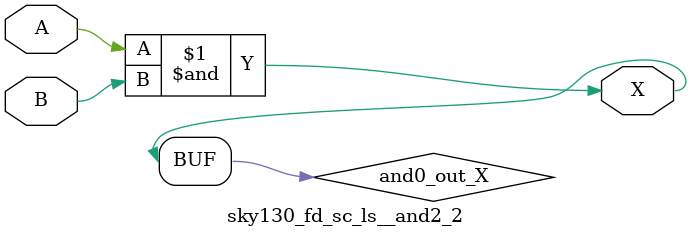
<source format=v>
/*
 * Copyright 2020 The SkyWater PDK Authors
 *
 * Licensed under the Apache License, Version 2.0 (the "License");
 * you may not use this file except in compliance with the License.
 * You may obtain a copy of the License at
 *
 *     https://www.apache.org/licenses/LICENSE-2.0
 *
 * Unless required by applicable law or agreed to in writing, software
 * distributed under the License is distributed on an "AS IS" BASIS,
 * WITHOUT WARRANTIES OR CONDITIONS OF ANY KIND, either express or implied.
 * See the License for the specific language governing permissions and
 * limitations under the License.
 *
 * SPDX-License-Identifier: Apache-2.0
*/


`ifndef SKY130_FD_SC_LS__AND2_2_FUNCTIONAL_V
`define SKY130_FD_SC_LS__AND2_2_FUNCTIONAL_V

/**
 * and2: 2-input AND.
 *
 * Verilog simulation functional model.
 */

`timescale 1ns / 1ps
`default_nettype none

`celldefine
module sky130_fd_sc_ls__and2_2 (
    X,
    A,
    B
);

    // Module ports
    output X;
    input  A;
    input  B;

    // Local signals
    wire and0_out_X;

    //  Name  Output      Other arguments
    and and0 (and0_out_X, A, B           );
    buf buf0 (X         , and0_out_X     );

endmodule
`endcelldefine

`default_nettype wire
`endif  // SKY130_FD_SC_LS__AND2_2_FUNCTIONAL_V

</source>
